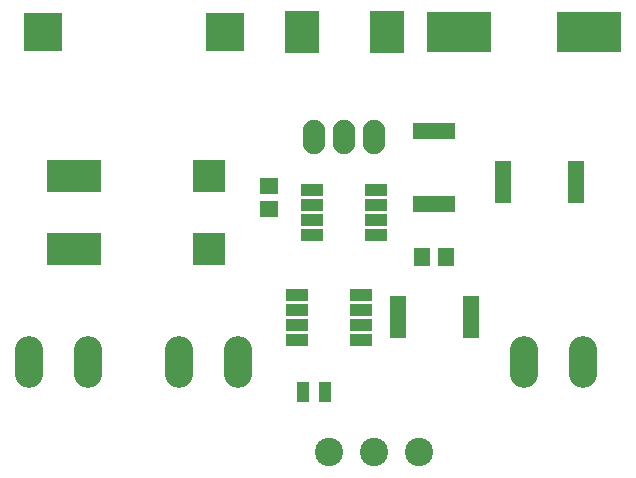
<source format=gbr>
G04 #@! TF.FileFunction,Soldermask,Top*
%FSLAX46Y46*%
G04 Gerber Fmt 4.6, Leading zero omitted, Abs format (unit mm)*
G04 Created by KiCad (PCBNEW 4.0.0-rc1-stable) date 09/10/2015 2:09:20 PM*
%MOMM*%
G01*
G04 APERTURE LIST*
%ADD10C,0.100000*%
%ADD11R,4.530000X2.770000*%
%ADD12R,1.650000X1.400000*%
%ADD13R,1.400000X1.650000*%
%ADD14R,2.830000X2.770000*%
%ADD15R,1.100000X1.700000*%
%ADD16R,1.400000X3.600000*%
%ADD17R,3.600000X1.400000*%
%ADD18R,1.950000X1.000000*%
%ADD19O,1.901140X2.899360*%
%ADD20O,2.381200X4.362400*%
%ADD21R,3.320000X3.190000*%
%ADD22R,5.400000X3.400000*%
%ADD23R,3.000000X3.600000*%
%ADD24C,2.398980*%
G04 APERTURE END LIST*
D10*
D11*
X119380000Y-118690000D03*
X119380000Y-112450000D03*
D12*
X135890000Y-113300000D03*
X135890000Y-115300000D03*
D13*
X148860000Y-119380000D03*
X150860000Y-119380000D03*
D14*
X130810000Y-118690000D03*
X130810000Y-112450000D03*
D15*
X138750000Y-130810000D03*
X140650000Y-130810000D03*
D16*
X152960000Y-124460000D03*
X146760000Y-124460000D03*
D17*
X149860000Y-108660000D03*
X149860000Y-114860000D03*
D18*
X139540000Y-113665000D03*
X139540000Y-114935000D03*
X139540000Y-116205000D03*
X139540000Y-117475000D03*
X144940000Y-117475000D03*
X144940000Y-116205000D03*
X144940000Y-114935000D03*
X144940000Y-113665000D03*
D19*
X142240000Y-109220000D03*
X139700000Y-109220000D03*
X144780000Y-109220000D03*
D20*
X115570000Y-128270000D03*
X120570000Y-128270000D03*
X128270000Y-128270000D03*
X133270000Y-128270000D03*
X157480000Y-128270000D03*
X162480000Y-128270000D03*
D21*
X132145000Y-100330000D03*
X116775000Y-100330000D03*
D22*
X151980000Y-100330000D03*
X162980000Y-100330000D03*
D23*
X138640000Y-100330000D03*
X145840000Y-100330000D03*
D16*
X155650000Y-113030000D03*
X161850000Y-113030000D03*
D24*
X140970000Y-135890000D03*
X148590000Y-135890000D03*
X144780000Y-135890000D03*
D18*
X143670000Y-126365000D03*
X143670000Y-125095000D03*
X143670000Y-123825000D03*
X143670000Y-122555000D03*
X138270000Y-122555000D03*
X138270000Y-123825000D03*
X138270000Y-125095000D03*
X138270000Y-126365000D03*
M02*

</source>
